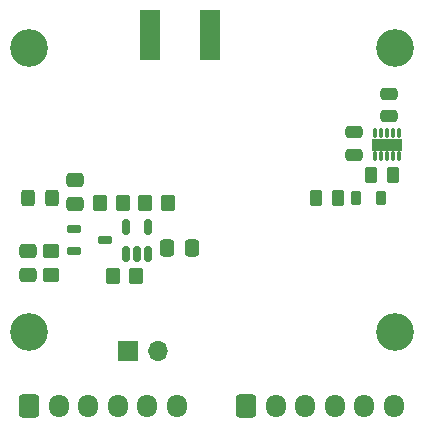
<source format=gbr>
%TF.GenerationSoftware,KiCad,Pcbnew,8.0.8*%
%TF.CreationDate,2025-02-12T11:11:18-05:00*%
%TF.ProjectId,high-power-module,68696768-2d70-46f7-9765-722d6d6f6475,rev?*%
%TF.SameCoordinates,Original*%
%TF.FileFunction,Soldermask,Bot*%
%TF.FilePolarity,Negative*%
%FSLAX46Y46*%
G04 Gerber Fmt 4.6, Leading zero omitted, Abs format (unit mm)*
G04 Created by KiCad (PCBNEW 8.0.8) date 2025-02-12 11:11:18*
%MOMM*%
%LPD*%
G01*
G04 APERTURE LIST*
G04 Aperture macros list*
%AMRoundRect*
0 Rectangle with rounded corners*
0 $1 Rounding radius*
0 $2 $3 $4 $5 $6 $7 $8 $9 X,Y pos of 4 corners*
0 Add a 4 corners polygon primitive as box body*
4,1,4,$2,$3,$4,$5,$6,$7,$8,$9,$2,$3,0*
0 Add four circle primitives for the rounded corners*
1,1,$1+$1,$2,$3*
1,1,$1+$1,$4,$5*
1,1,$1+$1,$6,$7*
1,1,$1+$1,$8,$9*
0 Add four rect primitives between the rounded corners*
20,1,$1+$1,$2,$3,$4,$5,0*
20,1,$1+$1,$4,$5,$6,$7,0*
20,1,$1+$1,$6,$7,$8,$9,0*
20,1,$1+$1,$8,$9,$2,$3,0*%
G04 Aperture macros list end*
%ADD10C,3.200000*%
%ADD11R,1.700000X1.700000*%
%ADD12O,1.700000X1.700000*%
%ADD13RoundRect,0.101600X-0.762000X-2.032000X0.762000X-2.032000X0.762000X2.032000X-0.762000X2.032000X0*%
%ADD14RoundRect,0.250000X-0.600000X-0.725000X0.600000X-0.725000X0.600000X0.725000X-0.600000X0.725000X0*%
%ADD15O,1.700000X1.950000*%
%ADD16RoundRect,0.250000X-0.337500X-0.475000X0.337500X-0.475000X0.337500X0.475000X-0.337500X0.475000X0*%
%ADD17RoundRect,0.250000X-0.350000X-0.450000X0.350000X-0.450000X0.350000X0.450000X-0.350000X0.450000X0*%
%ADD18RoundRect,0.250000X0.350000X0.450000X-0.350000X0.450000X-0.350000X-0.450000X0.350000X-0.450000X0*%
%ADD19RoundRect,0.250000X0.325000X0.450000X-0.325000X0.450000X-0.325000X-0.450000X0.325000X-0.450000X0*%
%ADD20RoundRect,0.250000X-0.475000X0.250000X-0.475000X-0.250000X0.475000X-0.250000X0.475000X0.250000X0*%
%ADD21RoundRect,0.162500X-0.447500X-0.162500X0.447500X-0.162500X0.447500X0.162500X-0.447500X0.162500X0*%
%ADD22RoundRect,0.250000X0.262500X0.450000X-0.262500X0.450000X-0.262500X-0.450000X0.262500X-0.450000X0*%
%ADD23RoundRect,0.250000X-0.475000X0.337500X-0.475000X-0.337500X0.475000X-0.337500X0.475000X0.337500X0*%
%ADD24RoundRect,0.017550X-0.117450X0.352450X-0.117450X-0.352450X0.117450X-0.352450X0.117450X0.352450X0*%
%ADD25RoundRect,0.102000X-1.200000X0.420000X-1.200000X-0.420000X1.200000X-0.420000X1.200000X0.420000X0*%
%ADD26C,0.704000*%
%ADD27RoundRect,0.250000X0.475000X-0.337500X0.475000X0.337500X-0.475000X0.337500X-0.475000X-0.337500X0*%
%ADD28RoundRect,0.150000X0.150000X-0.512500X0.150000X0.512500X-0.150000X0.512500X-0.150000X-0.512500X0*%
%ADD29RoundRect,0.250000X0.450000X-0.350000X0.450000X0.350000X-0.450000X0.350000X-0.450000X-0.350000X0*%
%ADD30RoundRect,0.250000X0.475000X-0.250000X0.475000X0.250000X-0.475000X0.250000X-0.475000X-0.250000X0*%
%ADD31RoundRect,0.218750X0.218750X0.381250X-0.218750X0.381250X-0.218750X-0.381250X0.218750X-0.381250X0*%
G04 APERTURE END LIST*
D10*
%TO.C,H4*%
X127900000Y-97500000D03*
%TD*%
D11*
%TO.C,J4*%
X136260000Y-99100000D03*
D12*
X138800000Y-99100000D03*
%TD*%
D10*
%TO.C,H1*%
X127900000Y-73500000D03*
%TD*%
D13*
%TO.C,J2*%
X143200000Y-72400000D03*
X138120000Y-72400000D03*
%TD*%
D14*
%TO.C,J3*%
X127900000Y-103800000D03*
D15*
X130400000Y-103800000D03*
X132900000Y-103800000D03*
X135400000Y-103800000D03*
X137900000Y-103800000D03*
X140400000Y-103800000D03*
%TD*%
D14*
%TO.C,J1*%
X146300000Y-103800000D03*
D15*
X148800000Y-103800000D03*
X151300000Y-103800000D03*
X153800000Y-103800000D03*
X156300000Y-103800000D03*
X158800000Y-103800000D03*
%TD*%
D10*
%TO.C,H2*%
X158900000Y-73500000D03*
%TD*%
%TO.C,H3*%
X158900000Y-97500000D03*
%TD*%
D16*
%TO.C,CB5*%
X139600000Y-90400000D03*
X141675000Y-90400000D03*
%TD*%
D17*
%TO.C,R13*%
X133900000Y-86600000D03*
X135900000Y-86600000D03*
%TD*%
D18*
%TO.C,R2*%
X139700000Y-86600000D03*
X137700000Y-86600000D03*
%TD*%
D19*
%TO.C,R3*%
X129850000Y-86200000D03*
X127800000Y-86200000D03*
%TD*%
D20*
%TO.C,CIN1*%
X158400000Y-77350000D03*
X158400000Y-79250000D03*
%TD*%
D21*
%TO.C,D1*%
X131700000Y-90650000D03*
X131700000Y-88750000D03*
X134320000Y-89700000D03*
%TD*%
D22*
%TO.C,R16*%
X158712500Y-84250000D03*
X156887500Y-84250000D03*
%TD*%
%TO.C,R17*%
X154025000Y-86200000D03*
X152200000Y-86200000D03*
%TD*%
D23*
%TO.C,C4*%
X131800000Y-84625000D03*
X131800000Y-86700000D03*
%TD*%
D17*
%TO.C,R15*%
X135000000Y-92800000D03*
X137000000Y-92800000D03*
%TD*%
D24*
%TO.C,U3*%
X157200000Y-80650000D03*
X157700000Y-80650000D03*
X158200000Y-80650000D03*
X158700000Y-80650000D03*
X159200000Y-80650000D03*
X159200000Y-82640000D03*
X158700000Y-82640000D03*
X158200000Y-82640000D03*
X157700000Y-82640000D03*
X157200000Y-82640000D03*
D25*
X158200000Y-81645000D03*
D26*
X157250001Y-81645000D03*
X158200000Y-81645000D03*
X159149999Y-81645000D03*
%TD*%
D27*
%TO.C,C3*%
X127800000Y-92700000D03*
X127800000Y-90625000D03*
%TD*%
D28*
%TO.C,U2*%
X138000000Y-90875000D03*
X137050000Y-90875000D03*
X136100000Y-90875000D03*
X136100000Y-88600000D03*
X138000000Y-88600000D03*
%TD*%
D29*
%TO.C,R1*%
X129800000Y-92650000D03*
X129800000Y-90650000D03*
%TD*%
D30*
%TO.C,COUT1*%
X155400000Y-82500000D03*
X155400000Y-80600000D03*
%TD*%
D31*
%TO.C,L5*%
X157687500Y-86150000D03*
X155562500Y-86150000D03*
%TD*%
M02*

</source>
